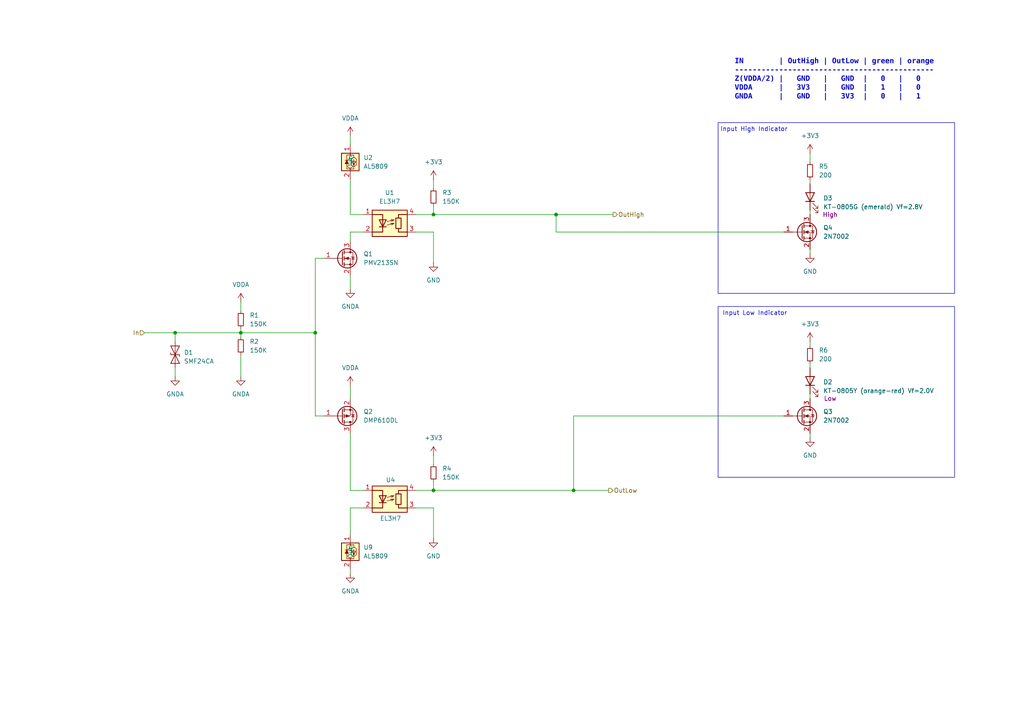
<source format=kicad_sch>
(kicad_sch (version 20241004) (generator "eeschema") (generator_version "8.99")
  (paper "A4")
  (title_block (title "${BoardName}") (date "2024-11-11") (rev "${Version}"))
  (lib_symbols
    (symbol "Device:LED" (pin_numbers (hide yes)) (pin_names (offset 1.016) (hide yes))
      (property "Reference" "D" (at 0 2.54 0))
      (property "Value" "LED" (at 0 -2.54 0))
      (symbol "LED_0_1"
        (polyline (pts (xy -3.048 -0.762) (xy -4.572 -2.286) (xy -3.81 -2.286) (xy -4.572 -2.286) (xy -4.572 -1.524)))
        (polyline (pts (xy -1.778 -0.762) (xy -3.302 -2.286) (xy -2.54 -2.286) (xy -3.302 -2.286) (xy -3.302 -1.524)))
        (polyline (pts (xy -1.27 0) (xy 1.27 0)))
        (polyline (pts (xy -1.27 -1.27) (xy -1.27 1.27)) (stroke (width 0.254)))
        (polyline (pts (xy 1.27 -1.27) (xy 1.27 1.27) (xy -1.27 0) (xy 1.27 -1.27)) (stroke (width 0.254)))
      )
      (symbol "LED_1_1"
        (pin passive line (at -3.81 0 0) (length 2.54) (name "K") (number "1"))
        (pin passive line (at 3.81 0 180) (length 2.54) (name "A") (number "2"))
      )
    )
    (symbol "Device:R_Small" (pin_numbers (hide yes)) (pin_names (offset 0.254) (hide yes))
      (property "Reference" "R" (at 0.762 0.508 0))
      (property "Value" "R_Small" (at 0.762 -1.016 0))
      (symbol "R_Small_0_1"
        (rectangle (start -0.762 1.778) (end 0.762 -1.778) (stroke (width 0.2032)))
      )
      (symbol "R_Small_1_1"
        (pin passive line (at 0 2.54 270) (length 0.762) (name "~") (number "1"))
        (pin passive line (at 0 -2.54 90) (length 0.762) (name "~") (number "2"))
      )
    )
    (symbol "Diode:ESD9B3.3ST5G" (pin_numbers (hide yes)) (pin_names (offset 1.016) (hide yes))
      (property "Reference" "D" (at 0 2.54 0))
      (property "Value" "ESD9B3.3ST5G" (at 0 -2.54 0))
      (symbol "ESD9B3.3ST5G_0_1"
        (polyline (pts (xy -2.54 -1.27) (xy 0 0) (xy -2.54 1.27) (xy -2.54 -1.27)) (stroke (width 0.2032)))
        (polyline (pts (xy 0.508 1.27) (xy 0 1.27) (xy 0 -1.27) (xy -0.508 -1.27)) (stroke (width 0.2032)))
        (polyline (pts (xy 1.27 0) (xy -1.27 0)))
        (polyline (pts (xy 2.54 1.27) (xy 2.54 -1.27) (xy 0 0) (xy 2.54 1.27)) (stroke (width 0.2032)))
      )
      (symbol "ESD9B3.3ST5G_1_1"
        (pin passive line (at -3.81 0 0) (length 2.54) (name "A1") (number "1"))
        (pin passive line (at 3.81 0 180) (length 2.54) (name "A2") (number "2"))
      )
    )
    (symbol "Isolator:NSL-32" (pin_names (offset 0.762) (hide yes))
      (property "Reference" "U" (at 0 5.08 0))
      (property "Value" "NSL-32" (at 0 -5.08 0))
      (symbol "NSL-32_0_1"
        (rectangle (start -5.08 3.81) (end 5.08 -3.81) (stroke (width 0.254)) (fill (type background)))
        (polyline (pts (xy -5.08 2.54) (xy -2.54 2.54)) (stroke (width 0.254)))
        (polyline (pts (xy -2.794 -2.54) (xy -2.032 -2.54) (xy -2.032 2.54) (xy -2.794 2.54)) (stroke (width 0.254)))
        (polyline (pts (xy -2.794 -2.54) (xy -5.08 -2.54)) (stroke (width 0.254)))
        (polyline (pts (xy -1.016 1.016) (xy -3.048 1.016) (xy -2.032 -1.016) (xy -1.016 1.016) (xy -1.016 1.016) (xy -1.016 1.016)) (stroke (width 0.254)))
        (polyline (pts (xy -1.016 -1.016) (xy -3.048 -1.016) (xy -3.048 -1.016)) (stroke (width 0.254)))
        (polyline (pts (xy -0.762 0.508) (xy 1.27 1.016) (xy 1.27 1.016)))
        (polyline (pts (xy -0.762 -0.508) (xy 1.27 0) (xy 1.27 0)))
        (polyline (pts (xy 0.254 1.016) (xy 1.27 1.016) (xy 0.508 0.508) (xy 0.508 0.508)))
        (polyline (pts (xy 0.254 0) (xy 1.27 0) (xy 0.508 -0.508) (xy 0.508 -0.508)))
        (rectangle (start 1.778 1.524) (end 3.302 -1.524) (stroke (width 0.254)))
        (polyline (pts (xy 2.54 1.524) (xy 2.54 2.54) (xy 5.08 2.54)) (stroke (width 0.254)))
        (polyline (pts (xy 2.54 -1.524) (xy 2.54 -2.54) (xy 5.08 -2.54)) (stroke (width 0.254)))
      )
      (symbol "NSL-32_1_1"
        (pin passive line (at -7.62 2.54 0) (length 2.54) (name "A") (number "1"))
        (pin passive line (at -7.62 -2.54 0) (length 2.54) (name "K") (number "2"))
        (pin passive line (at 7.62 2.54 180) (length 2.54) (name "R") (number "4"))
        (pin passive line (at 7.62 -2.54 180) (length 2.54) (name "R") (number "3"))
      )
    )
    (symbol "Transistor_FET:2N7002" (pin_names (hide yes))
      (property "Reference" "Q" (at 5.08 1.905 0))
      (property "Value" "2N7002" (at 5.08 0 0))
      (symbol "2N7002_0_1"
        (polyline (pts (xy 0.254 1.905) (xy 0.254 -1.905)) (stroke (width 0.254)))
        (polyline (pts (xy 0.254 0) (xy -2.54 0)))
        (polyline (pts (xy 0.762 2.286) (xy 0.762 1.27)) (stroke (width 0.254)))
        (polyline (pts (xy 0.762 0.508) (xy 0.762 -0.508)) (stroke (width 0.254)))
        (polyline (pts (xy 0.762 -1.27) (xy 0.762 -2.286)) (stroke (width 0.254)))
        (polyline (pts (xy 0.762 -1.778) (xy 3.302 -1.778) (xy 3.302 1.778) (xy 0.762 1.778)))
        (polyline (pts (xy 1.016 0) (xy 2.032 0.381) (xy 2.032 -0.381) (xy 1.016 0)) (fill (type outline)))
        (circle (center 1.651 0) (radius 2.794) (stroke (width 0.254)))
        (polyline (pts (xy 2.54 2.54) (xy 2.54 1.778)))
        (circle (center 2.54 1.778) (radius 0.254) (fill (type outline)))
        (circle (center 2.54 -1.778) (radius 0.254) (fill (type outline)))
        (polyline (pts (xy 2.54 -2.54) (xy 2.54 0) (xy 0.762 0)))
        (polyline (pts (xy 2.794 0.508) (xy 2.921 0.381) (xy 3.683 0.381) (xy 3.81 0.254)))
        (polyline (pts (xy 3.302 0.381) (xy 2.921 -0.254) (xy 3.683 -0.254) (xy 3.302 0.381)))
      )
      (symbol "2N7002_1_1"
        (pin input line (at -5.08 0 0) (length 2.54) (name "G") (number "1"))
        (pin passive line (at 2.54 5.08 270) (length 2.54) (name "D") (number "3"))
        (pin passive line (at 2.54 -5.08 90) (length 2.54) (name "S") (number "2"))
      )
    )
    (symbol "Transistor_FET:AO3401A" (pin_names (hide yes))
      (property "Reference" "Q" (at 5.08 1.905 0))
      (property "Value" "AO3401A" (at 5.08 0 0))
      (symbol "AO3401A_0_1"
        (polyline (pts (xy 0.254 1.905) (xy 0.254 -1.905)) (stroke (width 0.254)))
        (polyline (pts (xy 0.254 0) (xy -2.54 0)))
        (polyline (pts (xy 0.762 2.286) (xy 0.762 1.27)) (stroke (width 0.254)))
        (polyline (pts (xy 0.762 1.778) (xy 3.302 1.778) (xy 3.302 -1.778) (xy 0.762 -1.778)))
        (polyline (pts (xy 0.762 0.508) (xy 0.762 -0.508)) (stroke (width 0.254)))
        (polyline (pts (xy 0.762 -1.27) (xy 0.762 -2.286)) (stroke (width 0.254)))
        (circle (center 1.651 0) (radius 2.794) (stroke (width 0.254)))
        (polyline (pts (xy 2.286 0) (xy 1.27 0.381) (xy 1.27 -0.381) (xy 2.286 0)) (fill (type outline)))
        (polyline (pts (xy 2.54 2.54) (xy 2.54 1.778)))
        (circle (center 2.54 1.778) (radius 0.254) (fill (type outline)))
        (circle (center 2.54 -1.778) (radius 0.254) (fill (type outline)))
        (polyline (pts (xy 2.54 -2.54) (xy 2.54 0) (xy 0.762 0)))
        (polyline (pts (xy 2.794 -0.508) (xy 2.921 -0.381) (xy 3.683 -0.381) (xy 3.81 -0.254)))
        (polyline (pts (xy 3.302 -0.381) (xy 2.921 0.254) (xy 3.683 0.254) (xy 3.302 -0.381)))
      )
      (symbol "AO3401A_1_1"
        (pin input line (at -5.08 0 0) (length 2.54) (name "G") (number "1"))
        (pin passive line (at 2.54 5.08 270) (length 2.54) (name "D") (number "3"))
        (pin passive line (at 2.54 -5.08 90) (length 2.54) (name "S") (number "2"))
      )
    )
    (symbol "lcsc_stuff:AL5809"
      (property "Reference" "U" (at -2.794 -3.81 0))
      (property "Value" "AL5809" (at 5.334 -11.43 0))
      (symbol "AL5809_0_1"
        (rectangle (start -2.54 -5.08) (end 2.54 -10.16) (stroke (width 0.254)) (fill (type background)))
        (polyline (pts (xy -1.524 -7.112) (xy -0.508 -7.112)))
        (polyline (pts (xy -1.016 -7.112) (xy -1.524 -8.128) (xy -0.508 -8.128) (xy -1.016 -7.112)) (fill (type outline)))
        (polyline (pts (xy -1.016 -8.128) (xy -1.016 -9.652) (xy 1.016 -9.652) (xy 1.016 -8.89)))
        (polyline (pts (xy 0 -5.588) (xy 0 -5.08)))
        (circle (center 0 -5.588) (radius 0.127))
        (polyline (pts (xy 0 -9.652) (xy 0 -10.16)))
        (circle (center 0 -9.652) (radius 0.127))
        (polyline (pts (xy 1.016 -6.35) (xy 1.016 -5.588) (xy -1.016 -5.588) (xy -1.016 -7.112)))
        (polyline (pts (xy 1.016 -6.858) (xy 1.016 -8.636) (xy 0.762 -8.128) (xy 1.27 -8.128) (xy 1.016 -8.636)) (fill (type outline)))
        (circle (center 1.016 -7.112) (radius 0.762))
        (circle (center 1.016 -8.128) (radius 0.762))
      )
      (symbol "AL5809_1_1"
        (pin input line (at 0 -2.54 270) (length 2.54) (name "in") (number "1"))
        (pin input line (at 0 -12.7 90) (length 2.54) (name "Out") (number "2"))
      )
    )
    (symbol "power:+3V3" (power) (pin_numbers (hide yes)) (pin_names (offset 0) (hide yes))
      (property "Value" "+3V3" (at 0 3.556 0))
      (symbol "+3V3_0_1"
        (polyline (pts (xy -0.762 1.27) (xy 0 2.54)))
        (polyline (pts (xy 0 2.54) (xy 0.762 1.27)))
        (polyline (pts (xy 0 0) (xy 0 2.54)))
      )
      (symbol "+3V3_1_1"
        (pin power_in line (at 0 0 90) (length 0) (name "~") (number "1"))
      )
    )
    (symbol "power:GND" (power) (pin_numbers (hide yes)) (pin_names (offset 0) (hide yes))
      (property "Value" "GND" (at 0 -3.81 0))
      (symbol "GND_0_1"
        (polyline (pts (xy 0 0) (xy 0 -1.27) (xy 1.27 -1.27) (xy 0 -2.54) (xy -1.27 -1.27) (xy 0 -1.27)))
      )
      (symbol "GND_1_1"
        (pin power_in line (at 0 0 270) (length 0) (name "~") (number "1"))
      )
    )
    (symbol "power:GNDA" (power) (pin_numbers (hide yes)) (pin_names (offset 0) (hide yes))
      (property "Value" "GNDA" (at 0 -3.81 0))
      (symbol "GNDA_0_1"
        (polyline (pts (xy 0 0) (xy 0 -1.27) (xy 1.27 -1.27) (xy 0 -2.54) (xy -1.27 -1.27) (xy 0 -1.27)))
      )
      (symbol "GNDA_1_1"
        (pin power_in line (at 0 0 270) (length 0) (name "~") (number "1"))
      )
    )
    (symbol "power:VDDA" (power) (pin_numbers (hide yes)) (pin_names (offset 0) (hide yes))
      (property "Value" "VDDA" (at 0 3.556 0))
      (symbol "VDDA_0_1"
        (polyline (pts (xy -0.762 1.27) (xy 0 2.54)))
        (polyline (pts (xy 0 2.54) (xy 0.762 1.27)))
        (polyline (pts (xy 0 0) (xy 0 2.54)))
      )
      (symbol "VDDA_1_1"
        (pin power_in line (at 0 0 90) (length 0) (name "~") (number "1"))
      )
    )
  )
  (rectangle (start 208.28 88.9) (end 276.86 138.43))
  (rectangle (start 208.28 35.56) (end 276.86 85.09))
  (text "Input High Indicator" (at 218.694 37.592 0) (effects (font (size 1.27 1.27))))
  (text "IN        | OutHigh | OutLow | green | orange\n---------------------------------------------\nZ(VDDA/2) |   GND   |   GND  |   0   |   0\nVDDA      |   3V3   |   GND  |   1   |   0\nGNDA      |   GND   |   3V3  |   0   |   1" (at 213.106 29.464 0) (effects (font (size 1.524 1.524) (bold yes)) (justify left bottom)))
  (text "Input Low Indicator" (at 218.948 90.932 0) (effects (font (size 1.27 1.27))))
  (junction (at 166.37 142.24))
  (junction (at 125.73 142.24))
  (junction (at 125.73 62.23))
  (junction (at 91.44 96.52))
  (junction (at 161.29 62.23))
  (junction (at 69.85 96.52))
  (junction (at 50.8 96.52))
  (wire (pts (xy 161.29 67.31) (xy 161.29 62.23)))
  (wire (pts (xy 101.6 62.23) (xy 105.41 62.23)))
  (wire (pts (xy 125.73 52.07) (xy 125.73 54.61)))
  (wire (pts (xy 125.73 59.69) (xy 125.73 62.23)))
  (wire (pts (xy 125.73 147.32) (xy 125.73 156.21)))
  (wire (pts (xy 161.29 62.23) (xy 177.8 62.23)))
  (wire (pts (xy 166.37 120.65) (xy 166.37 142.24)))
  (wire (pts (xy 125.73 139.7) (xy 125.73 142.24)))
  (wire (pts (xy 105.41 67.31) (xy 101.6 67.31)))
  (wire (pts (xy 69.85 96.52) (xy 91.44 96.52)))
  (wire (pts (xy 166.37 120.65) (xy 227.33 120.65)))
  (wire (pts (xy 93.98 120.65) (xy 91.44 120.65)))
  (wire (pts (xy 69.85 87.63) (xy 69.85 90.17)))
  (wire (pts (xy 101.6 142.24) (xy 105.41 142.24)))
  (wire (pts (xy 125.73 142.24) (xy 166.37 142.24)))
  (wire (pts (xy 125.73 62.23) (xy 161.29 62.23)))
  (wire (pts (xy 234.95 60.96) (xy 234.95 62.23)))
  (wire (pts (xy 101.6 147.32) (xy 101.6 154.94)))
  (wire (pts (xy 91.44 74.93) (xy 91.44 96.52)))
  (wire (pts (xy 234.95 44.45) (xy 234.95 46.99)))
  (wire (pts (xy 101.6 67.31) (xy 101.6 69.85)))
  (wire (pts (xy 234.95 114.3) (xy 234.95 115.57)))
  (wire (pts (xy 91.44 96.52) (xy 91.44 120.65)))
  (wire (pts (xy 234.95 99.06) (xy 234.95 100.33)))
  (wire (pts (xy 101.6 52.07) (xy 101.6 62.23)))
  (wire (pts (xy 234.95 52.07) (xy 234.95 53.34)))
  (wire (pts (xy 50.8 106.68) (xy 50.8 109.22)))
  (wire (pts (xy 69.85 96.52) (xy 69.85 97.79)))
  (wire (pts (xy 101.6 111.76) (xy 101.6 115.57)))
  (wire (pts (xy 101.6 80.01) (xy 101.6 83.82)))
  (wire (pts (xy 101.6 39.37) (xy 101.6 41.91)))
  (wire (pts (xy 234.95 72.39) (xy 234.95 73.66)))
  (wire (pts (xy 101.6 166.37) (xy 101.6 165.1)))
  (wire (pts (xy 69.85 102.87) (xy 69.85 109.22)))
  (wire (pts (xy 50.8 96.52) (xy 69.85 96.52)))
  (wire (pts (xy 50.8 96.52) (xy 50.8 99.06)))
  (wire (pts (xy 69.85 95.25) (xy 69.85 96.52)))
  (wire (pts (xy 105.41 147.32) (xy 101.6 147.32)))
  (wire (pts (xy 166.37 142.24) (xy 176.53 142.24)))
  (wire (pts (xy 125.73 62.23) (xy 120.65 62.23)))
  (wire (pts (xy 234.95 105.41) (xy 234.95 106.68)))
  (wire (pts (xy 125.73 132.08) (xy 125.73 134.62)))
  (wire (pts (xy 234.95 125.73) (xy 234.95 127)))
  (wire (pts (xy 93.98 74.93) (xy 91.44 74.93)))
  (wire (pts (xy 161.29 67.31) (xy 227.33 67.31)))
  (wire (pts (xy 41.91 96.52) (xy 50.8 96.52)))
  (wire (pts (xy 125.73 142.24) (xy 120.65 142.24)))
  (wire (pts (xy 120.65 147.32) (xy 125.73 147.32)))
  (wire (pts (xy 120.65 67.31) (xy 125.73 67.31)))
  (wire (pts (xy 101.6 125.73) (xy 101.6 142.24)))
  (wire (pts (xy 125.73 67.31) (xy 125.73 76.2)))
  (hierarchical_label "OutLow" (shape output) (at 176.53 142.24 0))
  (hierarchical_label "OutHigh" (shape output) (at 177.8 62.23 0))
  (hierarchical_label "In" (shape input) (at 41.91 96.52 180))
  (symbol (lib_id "power:GND") (at 125.73 156.21 0) (unit 1)
    (property "Reference" "#PWR011" (effects (hide yes)))
    (property "Value" "GND" (at 125.73 161.29 0))
    (property "Description" "Power symbol creates a global label with name \"GND\" , ground" (effects (hide yes)))
    (instances (project "multi_input_edgy" (path "" (reference "#PWR011") (unit 1)) (path "" (reference "#PWR026") (unit 1)) (path "" (reference "#PWR041") (unit 1)) (path "" (reference "#PWR056") (unit 1))))
  )
  (symbol (lib_id "power:GNDA") (at 101.6 83.82 0) (unit 1)
    (property "Reference" "#PWR05" (effects (hide yes)))
    (property "Value" "GNDA" (at 101.6 88.9 0))
    (property "Description" "Power symbol creates a global label with name \"GNDA\" , analog ground" (effects (hide yes)))
    (instances (project "multi_input_edgy" (path "" (reference "#PWR05") (unit 1)) (path "" (reference "#PWR020") (unit 1)) (path "" (reference "#PWR035") (unit 1)) (path "" (reference "#PWR050") (unit 1))))
  )
  (symbol (lib_id "power:GND") (at 234.95 73.66 0) (unit 1)
    (property "Reference" "#PWR014" (effects (hide yes)))
    (property "Value" "GND" (at 234.95 78.74 0))
    (property "Description" "Power symbol creates a global label with name \"GND\" , ground" (effects (hide yes)))
    (instances (project "multi_input_edgy" (path "" (reference "#PWR014") (unit 1)) (path "" (reference "#PWR028") (unit 1)) (path "" (reference "#PWR043") (unit 1)) (path "" (reference "#PWR058") (unit 1))))
  )
  (symbol (lib_id "lcsc_stuff:AL5809") (at 101.6 152.4 0) (unit 1)
    (property "Reference" "U9" (at 105.41 158.7499 0) (effects (justify left)))
    (property "Value" "AL5809" (at 105.41 161.2899 0) (effects (justify left)))
    (property "Footprint" "lcsc_stuff:PowerDI-123" (effects (hide yes)))
    (property "Datasheet" "https://www.lcsc.com/datasheet/lcsc_datasheet_2304140030_Diodes-Incorporated-AL5809-15P1-7_C145092.pdf" (effects (hide yes)))
    (property "Description" "60V Two Terminal Constant Current LED Driver" (effects (hide yes)))
    (property "LCSC Part#" "C145092" (effects (hide yes)))
    (instances (project "" (path "" (reference "U9") (unit 1)) (path "" (reference "U10") (unit 1)) (path "" (reference "U13") (unit 1)) (path "" (reference "U14") (unit 1))))
  )
  (symbol (lib_id "Device:R_Small") (at 234.95 49.53 0) (unit 1)
    (property "Reference" "R5" (at 237.49 48.2599 0) (effects (justify left)))
    (property "Value" "200" (at 237.49 50.7999 0) (effects (justify left)))
    (property "Footprint" "Resistor_SMD:R_0402_1005Metric_Pad0.72x0.64mm_HandSolder" (effects (hide yes)))
    (property "Description" "Resistor, small symbol" (effects (hide yes)))
    (property "LCSC Part#" " C25087" (effects (hide yes)))
    (instances (project "multi_input_edgy" (path "" (reference "R5") (unit 1)) (path "" (reference "R11") (unit 1)) (path "" (reference "R17") (unit 1)) (path "" (reference "R23") (unit 1))))
  )
  (symbol (lib_id "Diode:ESD9B3.3ST5G") (at 50.8 102.87 90) (unit 1)
    (property "Reference" "D1" (at 53.34 102.235 90) (effects (justify right)))
    (property "Value" "SMF24CA" (at 53.34 104.775 90) (effects (justify right)))
    (property "Footprint" "Diode_SMD:D_SOD-123F" (effects (hide yes)))
    (property "Datasheet" "https://www.onsemi.com/pub/Collateral/ESD9B-D.PDF" (effects (hide yes)))
    (property "Description" "ESD protection diode, 3.3Vrwm, SOD-923" (effects (hide yes)))
    (property "LCSC Part#" "C19077515" (effects (hide yes)))
    (instances (project "multi_input_edgy" (path "" (reference "D1") (unit 1)) (path "" (reference "D4") (unit 1)) (path "" (reference "D7") (unit 1)) (path "" (reference "D10") (unit 1))))
  )
  (symbol (lib_id "power:+3V3") (at 125.73 52.07 0) (unit 1)
    (property "Reference" "#PWR08" (effects (hide yes)))
    (property "Value" "+3V3" (at 125.73 46.99 0))
    (property "Description" "Power symbol creates a global label with name \"+3V3\"" (effects (hide yes)))
    (instances (project "multi_input_edgy" (path "" (reference "#PWR08") (unit 1)) (path "" (reference "#PWR023") (unit 1)) (path "" (reference "#PWR038") (unit 1)) (path "" (reference "#PWR053") (unit 1))))
  )
  (symbol (lib_id "Transistor_FET:2N7002") (at 99.06 74.93 0) (unit 1)
    (property "Reference" "Q1" (at 105.41 73.6599 0) (effects (justify left)))
    (property "Value" "PMV213SN" (at 105.41 76.1999 0) (effects (justify left)))
    (property "Footprint" "Package_TO_SOT_SMD:SOT-23" (effects (hide yes)))
    (property "Datasheet" "https://www.onsemi.com/pub/Collateral/NDS7002A-D.PDF" (effects (hide yes)))
    (property "Description" "0.115A Id, 60V Vds, N-Channel MOSFET, SOT-23" (effects (hide yes)))
    (property "LCSC Part#" "C131676" (effects (hide yes)))
    (instances (project "multi_input_edgy" (path "" (reference "Q1") (unit 1)) (path "" (reference "Q5") (unit 1)) (path "" (reference "Q9") (unit 1)) (path "" (reference "Q13") (unit 1))))
  )
  (symbol (lib_id "power:VDDA") (at 101.6 111.76 0) (unit 1)
    (property "Reference" "#PWR06" (effects (hide yes)))
    (property "Value" "VDDA" (at 101.6 106.68 0))
    (property "Description" "Power symbol creates a global label with name \"VDDA\"" (effects (hide yes)))
    (instances (project "multi_input_edgy" (path "" (reference "#PWR06") (unit 1)) (path "" (reference "#PWR021") (unit 1)) (path "" (reference "#PWR036") (unit 1)) (path "" (reference "#PWR051") (unit 1))))
  )
  (symbol (lib_id "Transistor_FET:2N7002") (at 232.41 120.65 0) (unit 1)
    (property "Reference" "Q3" (at 238.76 119.3799 0) (effects (justify left)))
    (property "Value" "2N7002" (at 238.76 121.9199 0) (effects (justify left)))
    (property "Footprint" "Package_TO_SOT_SMD:SOT-23" (effects (hide yes)))
    (property "Datasheet" "https://www.onsemi.com/pub/Collateral/NDS7002A-D.PDF" (effects (hide yes)))
    (property "Description" "0.115A Id, 60V Vds, N-Channel MOSFET, SOT-23" (effects (hide yes)))
    (property "LCSC Part#" "C8545" (effects (hide yes)))
    (instances (project "multi_input_edgy" (path "" (reference "Q3") (unit 1)) (path "" (reference "Q8") (unit 1)) (path "" (reference "Q12") (unit 1)) (path "" (reference "Q16") (unit 1))))
  )
  (symbol (lib_id "Isolator:NSL-32") (at 113.03 144.78 0) (unit 1)
    (property "Reference" "U4" (at 113.284 139.192 0))
    (property "Value" "EL3H7" (at 113.284 150.368 0))
    (property "Footprint" "lcsc_stuff:SSOP-4_4.4x2.6mm_P1.27mm" (effects (hide yes)))
    (property "Datasheet" "http://lunainc.com/wp-content/uploads/2016/06/NSL-32.pdf" (effects (hide yes)))
    (property "Description" "Optocoupler, LED Input, Photocell Output" (effects (hide yes)))
    (property "LCSC Part#" "C32565" (effects (hide yes)))
    (instances (project "multi_input_edgy" (path "" (reference "U4") (unit 1)) (path "" (reference "U8") (unit 1)) (path "" (reference "U12") (unit 1)) (path "" (reference "U16") (unit 1))))
  )
  (symbol (lib_id "Device:R_Small") (at 125.73 137.16 0) (unit 1)
    (property "Reference" "R4" (at 128.27 135.8899 0) (effects (justify left)))
    (property "Value" "150K" (at 128.27 138.4299 0) (effects (justify left)))
    (property "Footprint" "Resistor_SMD:R_0402_1005Metric_Pad0.72x0.64mm_HandSolder" (effects (hide yes)))
    (property "Description" "Resistor, small symbol" (effects (hide yes)))
    (property "LCSC Part#" "C25755" (effects (hide yes)))
    (instances (project "multi_input_edgy" (path "" (reference "R4") (unit 1)) (path "" (reference "R10") (unit 1)) (path "" (reference "R16") (unit 1)) (path "" (reference "R22") (unit 1))))
  )
  (symbol (lib_id "Transistor_FET:2N7002") (at 232.41 67.31 0) (unit 1)
    (property "Reference" "Q4" (at 238.76 66.0399 0) (effects (justify left)))
    (property "Value" "2N7002" (at 238.76 68.5799 0) (effects (justify left)))
    (property "Footprint" "Package_TO_SOT_SMD:SOT-23" (effects (hide yes)))
    (property "Datasheet" "https://www.onsemi.com/pub/Collateral/NDS7002A-D.PDF" (effects (hide yes)))
    (property "Description" "0.115A Id, 60V Vds, N-Channel MOSFET, SOT-23" (effects (hide yes)))
    (property "LCSC Part#" "C8545" (effects (hide yes)))
    (instances (project "multi_input_edgy" (path "" (reference "Q4") (unit 1)) (path "" (reference "Q7") (unit 1)) (path "" (reference "Q11") (unit 1)) (path "" (reference "Q15") (unit 1))))
  )
  (symbol (lib_id "power:+3V3") (at 234.95 99.06 0) (unit 1)
    (property "Reference" "#PWR013" (effects (hide yes)))
    (property "Value" "+3V3" (at 234.95 93.98 0))
    (property "Description" "Power symbol creates a global label with name \"+3V3\"" (effects (hide yes)))
    (instances (project "multi_input_edgy" (path "" (reference "#PWR013") (unit 1)) (path "" (reference "#PWR029") (unit 1)) (path "" (reference "#PWR044") (unit 1)) (path "" (reference "#PWR059") (unit 1))))
  )
  (symbol (lib_id "power:+3V3") (at 125.73 132.08 0) (unit 1)
    (property "Reference" "#PWR010" (effects (hide yes)))
    (property "Value" "+3V3" (at 125.73 127 0))
    (property "Description" "Power symbol creates a global label with name \"+3V3\"" (effects (hide yes)))
    (instances (project "multi_input_edgy" (path "" (reference "#PWR010") (unit 1)) (path "" (reference "#PWR025") (unit 1)) (path "" (reference "#PWR040") (unit 1)) (path "" (reference "#PWR055") (unit 1))))
  )
  (symbol (lib_id "power:GNDA") (at 50.8 109.22 0) (unit 1)
    (property "Reference" "#PWR01" (effects (hide yes)))
    (property "Value" "GNDA" (at 50.8 114.3 0))
    (property "Description" "Power symbol creates a global label with name \"GNDA\" , analog ground" (effects (hide yes)))
    (instances (project "multi_input_edgy" (path "" (reference "#PWR01") (unit 1)) (path "" (reference "#PWR016") (unit 1)) (path "" (reference "#PWR031") (unit 1)) (path "" (reference "#PWR046") (unit 1))))
  )
  (symbol (lib_id "Device:LED") (at 234.95 110.49 90) (unit 1)
    (property "Reference" "D2" (at 238.76 110.8074 90) (effects (justify right)))
    (property "Value" "KT-0805Y (orange-red) Vf=2.0V" (at 238.76 113.3474 90) (effects (justify right)))
    (property "Footprint" "LED_SMD:LED_0805_2012Metric" (effects (hide yes)))
    (property "Description" "Light emitting diode" (effects (hide yes)))
    (property "LCSC Part#" "C2296" (effects (hide yes)))
    (property "Display" "Low" (at 240.792 115.57 90))
    (instances (project "multi_input_edgy" (path "" (reference "D2") (unit 1)) (path "" (reference "D6") (unit 1)) (path "" (reference "D9") (unit 1)) (path "" (reference "D12") (unit 1))))
  )
  (symbol (lib_id "power:VDDA") (at 69.85 87.63 0) (unit 1)
    (property "Reference" "#PWR02" (effects (hide yes)))
    (property "Value" "VDDA" (at 69.85 82.55 0))
    (property "Description" "Power symbol creates a global label with name \"VDDA\"" (effects (hide yes)))
    (instances (project "multi_input_edgy" (path "" (reference "#PWR02") (unit 1)) (path "" (reference "#PWR017") (unit 1)) (path "" (reference "#PWR032") (unit 1)) (path "" (reference "#PWR047") (unit 1))))
  )
  (symbol (lib_id "Device:R_Small") (at 69.85 92.71 0) (unit 1)
    (property "Reference" "R1" (at 72.39 91.4399 0) (effects (justify left)))
    (property "Value" "150K" (at 72.39 93.9799 0) (effects (justify left)))
    (property "Footprint" "Resistor_SMD:R_0402_1005Metric_Pad0.72x0.64mm_HandSolder" (effects (hide yes)))
    (property "Description" "Resistor, small symbol" (effects (hide yes)))
    (property "LCSC Part#" "C25755" (effects (hide yes)))
    (instances (project "multi_input_edgy" (path "" (reference "R1") (unit 1)) (path "" (reference "R7") (unit 1)) (path "" (reference "R13") (unit 1)) (path "" (reference "R19") (unit 1))))
  )
  (symbol (lib_id "Isolator:NSL-32") (at 113.03 64.77 0) (unit 1)
    (property "Reference" "U1" (at 113.03 55.88 0))
    (property "Value" "EL3H7" (at 113.03 58.42 0))
    (property "Footprint" "lcsc_stuff:SSOP-4_4.4x2.6mm_P1.27mm" (effects (hide yes)))
    (property "Datasheet" "http://lunainc.com/wp-content/uploads/2016/06/NSL-32.pdf" (effects (hide yes)))
    (property "Description" "Optocoupler, LED Input, Photocell Output" (effects (hide yes)))
    (property "LCSC Part#" "C32565" (effects (hide yes)))
    (instances (project "multi_input_edgy" (path "" (reference "U1") (unit 1)) (path "" (reference "U7") (unit 1)) (path "" (reference "U11") (unit 1)) (path "" (reference "U15") (unit 1))))
  )
  (symbol (lib_id "Transistor_FET:AO3401A") (at 99.06 120.65 0) (mirror x) (unit 1)
    (property "Reference" "Q2" (at 105.41 119.3799 0) (effects (justify left)))
    (property "Value" "DMP610DL" (at 105.41 121.9199 0) (effects (justify left)))
    (property "Footprint" "Package_TO_SOT_SMD:SOT-23" (effects (hide yes)))
    (property "Datasheet" "http://www.aosmd.com/pdfs/datasheet/AO3401A.pdf" (effects (hide yes)))
    (property "Description" "-4.0A Id, -30V Vds, P-Channel MOSFET, SOT-23" (effects (hide yes)))
    (property "Mouser" "621-DMP510DL-7" (effects (hide yes)))
    (property "LCSC Part#" "C705095" (effects (hide yes)))
    (instances (project "multi_input_edgy" (path "" (reference "Q2") (unit 1)) (path "" (reference "Q6") (unit 1)) (path "" (reference "Q10") (unit 1)) (path "" (reference "Q14") (unit 1))))
  )
  (symbol (lib_id "power:GND") (at 125.73 76.2 0) (unit 1)
    (property "Reference" "#PWR09" (effects (hide yes)))
    (property "Value" "GND" (at 125.73 81.28 0))
    (property "Description" "Power symbol creates a global label with name \"GND\" , ground" (effects (hide yes)))
    (instances (project "multi_input_edgy" (path "" (reference "#PWR09") (unit 1)) (path "" (reference "#PWR024") (unit 1)) (path "" (reference "#PWR039") (unit 1)) (path "" (reference "#PWR054") (unit 1))))
  )
  (symbol (lib_id "Device:R_Small") (at 125.73 57.15 0) (unit 1)
    (property "Reference" "R3" (at 128.27 55.8799 0) (effects (justify left)))
    (property "Value" "150K" (at 128.27 58.4199 0) (effects (justify left)))
    (property "Footprint" "Resistor_SMD:R_0402_1005Metric_Pad0.72x0.64mm_HandSolder" (effects (hide yes)))
    (property "Description" "Resistor, small symbol" (effects (hide yes)))
    (property "LCSC Part#" "C25755" (effects (hide yes)))
    (instances (project "multi_input_edgy" (path "" (reference "R3") (unit 1)) (path "" (reference "R9") (unit 1)) (path "" (reference "R15") (unit 1)) (path "" (reference "R21") (unit 1))))
  )
  (symbol (lib_id "power:+3V3") (at 234.95 44.45 0) (unit 1)
    (property "Reference" "#PWR012" (effects (hide yes)))
    (property "Value" "+3V3" (at 234.95 39.37 0))
    (property "Description" "Power symbol creates a global label with name \"+3V3\"" (effects (hide yes)))
    (instances (project "multi_input_edgy" (path "" (reference "#PWR012") (unit 1)) (path "" (reference "#PWR027") (unit 1)) (path "" (reference "#PWR042") (unit 1)) (path "" (reference "#PWR057") (unit 1))))
  )
  (symbol (lib_id "lcsc_stuff:AL5809") (at 101.6 39.37 0) (unit 1)
    (property "Reference" "U2" (at 105.41 45.7199 0) (effects (justify left)))
    (property "Value" "AL5809" (at 105.41 48.2599 0) (effects (justify left)))
    (property "Footprint" "lcsc_stuff:PowerDI-123" (effects (hide yes)))
    (property "Datasheet" "https://www.lcsc.com/datasheet/lcsc_datasheet_2304140030_Diodes-Incorporated-AL5809-15P1-7_C145092.pdf" (effects (hide yes)))
    (property "Description" "60V Two Terminal Constant Current LED Driver" (effects (hide yes)))
    (property "LCSC Part#" "C145092" (effects (hide yes)))
    (instances (project "" (path "" (reference "U2") (unit 1)) (path "" (reference "U3") (unit 1)) (path "" (reference "U5") (unit 1)) (path "" (reference "U6") (unit 1))))
  )
  (symbol (lib_id "Device:R_Small") (at 234.95 102.87 0) (unit 1)
    (property "Reference" "R6" (at 237.49 101.5999 0) (effects (justify left)))
    (property "Value" "200" (at 237.49 104.1399 0) (effects (justify left)))
    (property "Footprint" "Resistor_SMD:R_0402_1005Metric_Pad0.72x0.64mm_HandSolder" (effects (hide yes)))
    (property "Description" "Resistor, small symbol" (effects (hide yes)))
    (property "LCSC Part#" " C25087" (effects (hide yes)))
    (instances (project "multi_input_edgy" (path "" (reference "R6") (unit 1)) (path "" (reference "R12") (unit 1)) (path "" (reference "R18") (unit 1)) (path "" (reference "R24") (unit 1))))
  )
  (symbol (lib_id "power:VDDA") (at 101.6 39.37 0) (unit 1)
    (property "Reference" "#PWR04" (effects (hide yes)))
    (property "Value" "VDDA" (at 101.6 34.29 0))
    (property "Description" "Power symbol creates a global label with name \"VDDA\"" (effects (hide yes)))
    (instances (project "multi_input_edgy" (path "" (reference "#PWR04") (unit 1)) (path "" (reference "#PWR019") (unit 1)) (path "" (reference "#PWR034") (unit 1)) (path "" (reference "#PWR049") (unit 1))))
  )
  (symbol (lib_id "Device:LED") (at 234.95 57.15 90) (unit 1)
    (property "Reference" "D3" (at 238.76 57.4674 90) (effects (justify right)))
    (property "Value" "KT-0805G (emerald) Vf=2.8V" (at 238.76 60.0074 90) (effects (justify right)))
    (property "Footprint" "LED_SMD:LED_0805_2012Metric" (effects (hide yes)))
    (property "Description" "Light emitting diode" (effects (hide yes)))
    (property "LCSC Part#" "C2297" (effects (hide yes)))
    (property "Display" "High" (at 240.792 62.23 90))
    (instances (project "multi_input_edgy" (path "" (reference "D3") (unit 1)) (path "" (reference "D5") (unit 1)) (path "" (reference "D8") (unit 1)) (path "" (reference "D11") (unit 1))))
  )
  (symbol (lib_id "power:GNDA") (at 101.6 166.37 0) (unit 1)
    (property "Reference" "#PWR07" (effects (hide yes)))
    (property "Value" "GNDA" (at 101.6 171.45 0))
    (property "Description" "Power symbol creates a global label with name \"GNDA\" , analog ground" (effects (hide yes)))
    (instances (project "multi_input_edgy" (path "" (reference "#PWR07") (unit 1)) (path "" (reference "#PWR022") (unit 1)) (path "" (reference "#PWR037") (unit 1)) (path "" (reference "#PWR052") (unit 1))))
  )
  (symbol (lib_id "power:GNDA") (at 69.85 109.22 0) (unit 1)
    (property "Reference" "#PWR03" (effects (hide yes)))
    (property "Value" "GNDA" (at 69.85 114.3 0))
    (property "Description" "Power symbol creates a global label with name \"GNDA\" , analog ground" (effects (hide yes)))
    (instances (project "multi_input_edgy" (path "" (reference "#PWR03") (unit 1)) (path "" (reference "#PWR018") (unit 1)) (path "" (reference "#PWR033") (unit 1)) (path "" (reference "#PWR048") (unit 1))))
  )
  (symbol (lib_id "Device:R_Small") (at 69.85 100.33 0) (unit 1)
    (property "Reference" "R2" (at 72.39 99.0599 0) (effects (justify left)))
    (property "Value" "150K" (at 72.39 101.5999 0) (effects (justify left)))
    (property "Footprint" "Resistor_SMD:R_0402_1005Metric_Pad0.72x0.64mm_HandSolder" (effects (hide yes)))
    (property "Description" "Resistor, small symbol" (effects (hide yes)))
    (property "LCSC Part#" "C25755" (effects (hide yes)))
    (instances (project "multi_input_edgy" (path "" (reference "R2") (unit 1)) (path "" (reference "R8") (unit 1)) (path "" (reference "R14") (unit 1)) (path "" (reference "R20") (unit 1))))
  )
  (symbol (lib_id "power:GND") (at 234.95 127 0) (unit 1)
    (property "Reference" "#PWR015" (effects (hide yes)))
    (property "Value" "GND" (at 234.95 132.08 0))
    (property "Description" "Power symbol creates a global label with name \"GND\" , ground" (effects (hide yes)))
    (instances (project "multi_input_edgy" (path "" (reference "#PWR015") (unit 1)) (path "" (reference "#PWR030") (unit 1)) (path "" (reference "#PWR045") (unit 1)) (path "" (reference "#PWR060") (unit 1))))
  )
)
</source>
